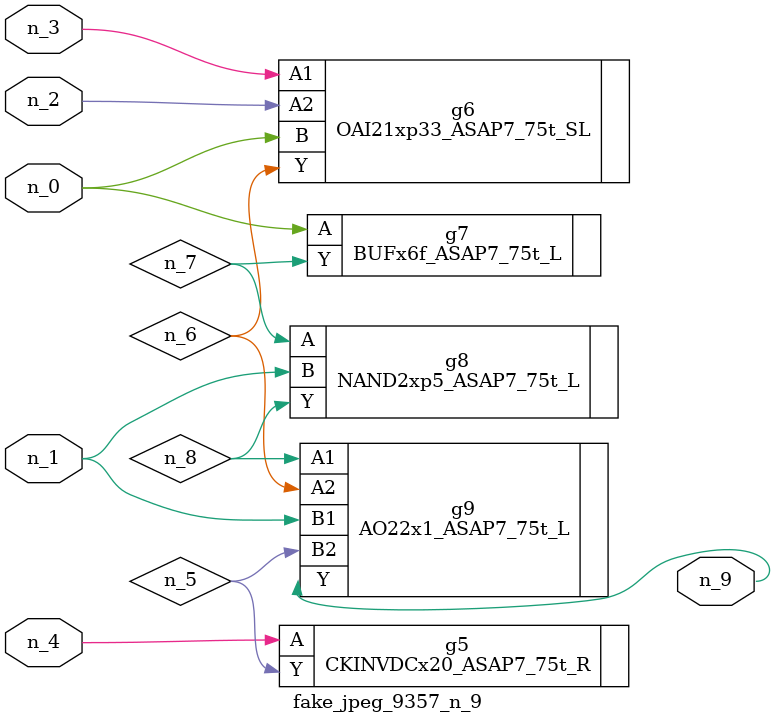
<source format=v>
module fake_jpeg_9357_n_9 (n_3, n_2, n_1, n_0, n_4, n_9);

input n_3;
input n_2;
input n_1;
input n_0;
input n_4;

output n_9;

wire n_8;
wire n_6;
wire n_5;
wire n_7;

CKINVDCx20_ASAP7_75t_R g5 ( 
.A(n_4),
.Y(n_5)
);

OAI21xp33_ASAP7_75t_SL g6 ( 
.A1(n_3),
.A2(n_2),
.B(n_0),
.Y(n_6)
);

BUFx6f_ASAP7_75t_L g7 ( 
.A(n_0),
.Y(n_7)
);

NAND2xp5_ASAP7_75t_L g8 ( 
.A(n_7),
.B(n_1),
.Y(n_8)
);

AO22x1_ASAP7_75t_L g9 ( 
.A1(n_8),
.A2(n_6),
.B1(n_1),
.B2(n_5),
.Y(n_9)
);


endmodule
</source>
